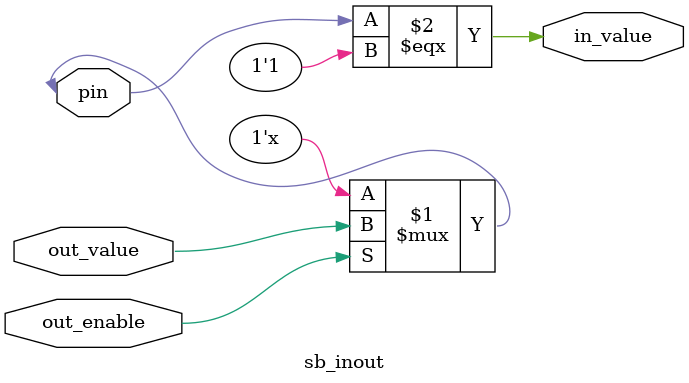
<source format=sv>
`default_nettype none
`timescale 1ns / 1ps

module sb_inout(
	inout pin,
	input out_enable,
	input out_value,
	output in_value
);

assign pin = out_enable ? out_value : 1'bz;
assign in_value = pin === 1'b1;

endmodule

</source>
